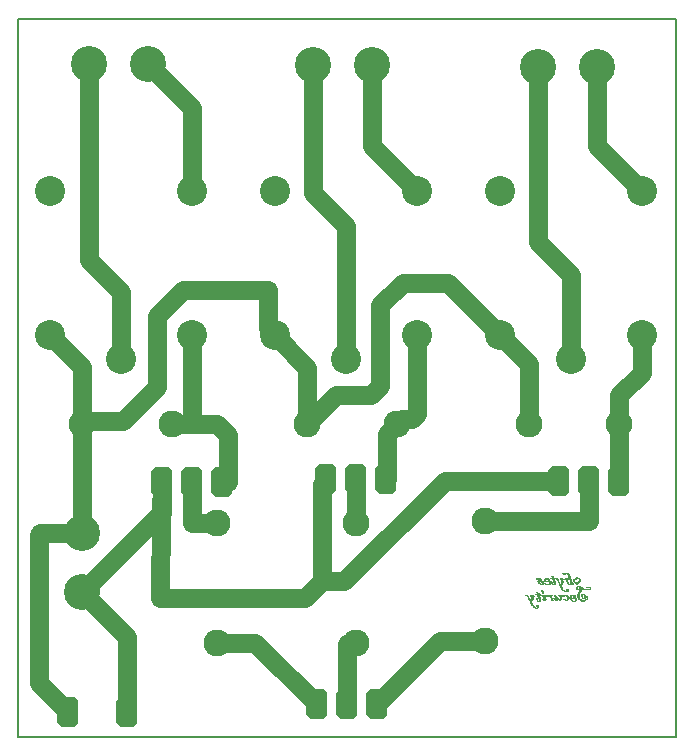
<source format=gbr>
G04 PROTEUS GERBER X2 FILE*
%TF.GenerationSoftware,Labcenter,Proteus,8.8-SP1-Build27031*%
%TF.CreationDate,2021-01-10T00:14:03+00:00*%
%TF.FileFunction,Copper,L2,Bot*%
%TF.FilePolarity,Positive*%
%TF.Part,Single*%
%TF.SameCoordinates,{98ac7ad0-3a1b-4910-adea-4d28a6190023}*%
%FSLAX45Y45*%
%MOMM*%
G01*
%TA.AperFunction,Conductor*%
%ADD15C,1.600200*%
%TA.AperFunction,ComponentPad*%
%ADD10C,2.540000*%
%TA.AperFunction,ComponentPad*%
%ADD11C,2.286000*%
%AMDIL002*
4,1,8,
-0.889000,0.965200,-0.584200,1.270000,0.584200,1.270000,0.889000,0.965200,0.889000,-0.965200,
0.584200,-1.270000,-0.584200,-1.270000,-0.889000,-0.965200,-0.889000,0.965200,
0*%
%TA.AperFunction,ComponentPad*%
%ADD12DIL002*%
%TA.AperFunction,ComponentPad*%
%ADD13C,3.048000*%
%TA.AperFunction,Profile*%
%ADD14C,0.203200*%
%TA.AperFunction,NonConductor*%
%ADD16C,0.063500*%
%TD.AperFunction*%
D15*
X-6426200Y-1206500D02*
X-6426200Y-838200D01*
X-6078220Y-368300D02*
X-6163310Y-453390D01*
X-6163310Y-838200D01*
X-6172200Y-838200D01*
X-5334000Y-1193800D02*
X-4457700Y-1193800D01*
X-4457700Y-850900D01*
X-4201160Y-368300D02*
X-4201160Y-127000D01*
X-4007000Y+67160D01*
X-4007000Y+381000D01*
X-4201160Y-368300D02*
X-4203700Y-370840D01*
X-4203700Y-850900D01*
X-5207000Y+381000D02*
X-4963160Y+137160D01*
X-4963160Y-368300D01*
X-7112000Y+381000D02*
X-6840220Y+109220D01*
X-6840220Y-368300D01*
X-6794500Y+2667000D02*
X-6794500Y+1587500D01*
X-6512000Y+1305000D01*
X-6512000Y+181000D01*
X-8686800Y+2679700D02*
X-8686800Y+1016000D01*
X-8417000Y+746200D01*
X-8417000Y+181000D01*
X-4607000Y+181000D02*
X-4607000Y+889000D01*
X-4889500Y+1171500D01*
X-4889500Y+2654300D01*
X-5912000Y+1601000D02*
X-6294120Y+1983120D01*
X-6294120Y+2667000D01*
X-8186420Y+2679700D02*
X-7817000Y+2310280D01*
X-7817000Y+1601000D01*
X-4007000Y+1601000D02*
X-4389120Y+1983120D01*
X-4389120Y+2654300D01*
X-6718300Y-1701800D02*
X-6718300Y-876300D01*
X-6680200Y-838200D01*
X-6718300Y-1701800D02*
X-6527800Y-1701800D01*
X-5676900Y-850900D01*
X-4711700Y-850900D01*
X-7985760Y-365760D02*
X-7861300Y-365760D01*
X-8747760Y-342900D02*
X-8400110Y-342900D01*
X-8109421Y-52211D01*
X-8109421Y+547510D01*
X-7894814Y+762117D01*
X-7891874Y+765057D01*
X-7177500Y+765057D01*
X-7177500Y+446500D01*
X-7112000Y+381000D01*
X-8747760Y-365760D02*
X-8747760Y-342900D01*
X-8747760Y+111760D01*
X-9017000Y+381000D01*
X-6078220Y-368300D02*
X-6037580Y-327660D01*
X-5953760Y-327660D01*
X-5912000Y-285900D01*
X-5912000Y+381000D01*
X-6840220Y-368300D02*
X-6598920Y-127000D01*
X-6299200Y-127000D01*
X-6223000Y-50800D01*
X-6223000Y+635000D01*
X-6032500Y+825500D01*
X-5651500Y+825500D01*
X-5207000Y+381000D01*
X-6426200Y-2222500D02*
X-6494780Y-2222500D01*
X-6507480Y-2235200D01*
X-6507480Y-2743200D01*
X-6761480Y-2743200D02*
X-7282180Y-2222500D01*
X-7607300Y-2222500D01*
X-5334000Y-2209800D02*
X-5339080Y-2204720D01*
X-5715000Y-2204720D01*
X-6253480Y-2743200D01*
X-7607300Y-1206500D02*
X-7820660Y-1206500D01*
X-7820660Y-861060D01*
X-7861300Y-365760D02*
X-7833360Y-365760D01*
X-7604760Y-365760D01*
X-7510780Y-459740D01*
X-7510780Y-861060D01*
X-7566660Y-861060D01*
X-7833360Y-365760D02*
X-7817000Y-349400D01*
X-7817000Y+381000D01*
X-8366760Y-2804160D02*
X-8366760Y-2174240D01*
X-8747760Y-1793240D01*
X-8077373Y-1122853D01*
X-8074660Y-1120140D01*
X-8074660Y-861060D01*
X-6718300Y-1701800D02*
X-6858000Y-1841500D01*
X-8084820Y-1841500D01*
X-8077373Y-1122853D01*
X-8074660Y-861060D01*
X-8867140Y-2804160D02*
X-9112673Y-2558627D01*
X-9112673Y-1304431D01*
X-9101102Y-1292860D01*
X-8747760Y-1292860D01*
X-8747760Y-480060D01*
X-8747760Y-365760D01*
D10*
X-9017000Y+381000D03*
X-7817000Y+381000D03*
X-8417000Y+181000D03*
X-9017000Y+1601000D03*
X-7817000Y+1601000D03*
X-7112000Y+381000D03*
X-5912000Y+381000D03*
X-6512000Y+181000D03*
X-7112000Y+1601000D03*
X-5912000Y+1601000D03*
D11*
X-7985760Y-365760D03*
X-8747760Y-365760D03*
X-6078220Y-368300D03*
X-6840220Y-368300D03*
X-4201160Y-368300D03*
X-4963160Y-368300D03*
D10*
X-5207000Y+381000D03*
X-4007000Y+381000D03*
X-4607000Y+181000D03*
X-5207000Y+1601000D03*
X-4007000Y+1601000D03*
D12*
X-8074660Y-861060D03*
X-7820660Y-861060D03*
X-7566660Y-861060D03*
X-6680200Y-838200D03*
X-6426200Y-838200D03*
X-6172200Y-838200D03*
X-4711700Y-850900D03*
X-4457700Y-850900D03*
X-4203700Y-850900D03*
D11*
X-6426200Y-2222500D03*
X-6426200Y-1206500D03*
X-5334000Y-2209800D03*
X-5334000Y-1193800D03*
X-7607300Y-2222500D03*
X-7607300Y-1206500D03*
D13*
X-8686800Y+2679700D03*
X-8186420Y+2679700D03*
D12*
X-6761480Y-2743200D03*
X-6507480Y-2743200D03*
X-6253480Y-2743200D03*
D13*
X-6794500Y+2667000D03*
X-6294120Y+2667000D03*
X-4889500Y+2654300D03*
X-4389120Y+2654300D03*
D12*
X-8366760Y-2804160D03*
X-8867140Y-2804160D03*
D13*
X-8747760Y-1793240D03*
X-8747760Y-1292860D03*
D14*
X-9292760Y-3016620D02*
X-3718540Y-3016620D01*
X-3718540Y+3064140D01*
X-9292760Y+3064140D01*
X-9292760Y-3016620D01*
D16*
X-4660281Y-1785620D02*
X-4639961Y-1785620D01*
X-4670441Y-1780540D02*
X-4660281Y-1780540D01*
X-4645041Y-1780540D02*
X-4634881Y-1780540D01*
X-4675521Y-1775460D02*
X-4665361Y-1775460D01*
X-4639961Y-1775460D02*
X-4634881Y-1775460D01*
X-4680601Y-1770380D02*
X-4670441Y-1770380D01*
X-4650121Y-1770380D02*
X-4634881Y-1770380D01*
X-4690761Y-1765300D02*
X-4680601Y-1765300D01*
X-4650121Y-1765300D02*
X-4634881Y-1765300D01*
X-4690761Y-1760220D02*
X-4680601Y-1760220D01*
X-4695841Y-1755140D02*
X-4685681Y-1755140D01*
X-4695841Y-1750060D02*
X-4685681Y-1750060D01*
X-4700921Y-1744980D02*
X-4685681Y-1744980D01*
X-4700921Y-1739900D02*
X-4690761Y-1739900D01*
X-4706001Y-1734820D02*
X-4690761Y-1734820D01*
X-4706001Y-1729740D02*
X-4690761Y-1729740D01*
X-4822841Y-1724660D02*
X-4792361Y-1724660D01*
X-4766961Y-1724660D02*
X-4746641Y-1724660D01*
X-4706001Y-1724660D02*
X-4695841Y-1724660D01*
X-4599321Y-1724660D02*
X-4589161Y-1724660D01*
X-4873641Y-1719580D02*
X-4848241Y-1719580D01*
X-4827921Y-1719580D02*
X-4817761Y-1719580D01*
X-4797441Y-1719580D02*
X-4787281Y-1719580D01*
X-4772041Y-1719580D02*
X-4766961Y-1719580D01*
X-4751721Y-1719580D02*
X-4741561Y-1719580D01*
X-4711081Y-1719580D02*
X-4685681Y-1719580D01*
X-4634881Y-1719580D02*
X-4609481Y-1719580D01*
X-4604401Y-1719580D02*
X-4589161Y-1719580D01*
X-4568841Y-1719580D02*
X-4553601Y-1719580D01*
X-4883801Y-1714500D02*
X-4873641Y-1714500D01*
X-4853321Y-1714500D02*
X-4843161Y-1714500D01*
X-4833001Y-1714500D02*
X-4827921Y-1714500D01*
X-4797441Y-1714500D02*
X-4787281Y-1714500D01*
X-4777121Y-1714500D02*
X-4772041Y-1714500D01*
X-4751721Y-1714500D02*
X-4741561Y-1714500D01*
X-4711081Y-1714500D02*
X-4706001Y-1714500D01*
X-4695841Y-1714500D02*
X-4680601Y-1714500D01*
X-4639961Y-1714500D02*
X-4629801Y-1714500D01*
X-4614561Y-1714500D02*
X-4594241Y-1714500D01*
X-4573921Y-1714500D02*
X-4548521Y-1714500D01*
X-4883801Y-1709420D02*
X-4878721Y-1709420D01*
X-4848241Y-1709420D02*
X-4843161Y-1709420D01*
X-4797441Y-1709420D02*
X-4787281Y-1709420D01*
X-4777121Y-1709420D02*
X-4772041Y-1709420D01*
X-4756801Y-1709420D02*
X-4741561Y-1709420D01*
X-4716161Y-1709420D02*
X-4711081Y-1709420D01*
X-4690761Y-1709420D02*
X-4675521Y-1709420D01*
X-4645041Y-1709420D02*
X-4634881Y-1709420D01*
X-4614561Y-1709420D02*
X-4599321Y-1709420D01*
X-4579001Y-1709420D02*
X-4568841Y-1709420D01*
X-4558681Y-1709420D02*
X-4538361Y-1709420D01*
X-4888881Y-1704340D02*
X-4878721Y-1704340D01*
X-4863481Y-1704340D02*
X-4853321Y-1704340D01*
X-4848241Y-1704340D02*
X-4843161Y-1704340D01*
X-4797441Y-1704340D02*
X-4787281Y-1704340D01*
X-4782201Y-1704340D02*
X-4772041Y-1704340D01*
X-4756801Y-1704340D02*
X-4746641Y-1704340D01*
X-4716161Y-1704340D02*
X-4711081Y-1704340D01*
X-4690761Y-1704340D02*
X-4675521Y-1704340D01*
X-4645041Y-1704340D02*
X-4639961Y-1704340D01*
X-4614561Y-1704340D02*
X-4599321Y-1704340D01*
X-4584081Y-1704340D02*
X-4573921Y-1704340D01*
X-4553601Y-1704340D02*
X-4538361Y-1704340D01*
X-4893961Y-1699260D02*
X-4878721Y-1699260D01*
X-4863481Y-1699260D02*
X-4848241Y-1699260D01*
X-4833001Y-1699260D02*
X-4807601Y-1699260D01*
X-4802521Y-1699260D02*
X-4787281Y-1699260D01*
X-4782201Y-1699260D02*
X-4777121Y-1699260D01*
X-4761881Y-1699260D02*
X-4746641Y-1699260D01*
X-4721241Y-1699260D02*
X-4716161Y-1699260D01*
X-4695841Y-1699260D02*
X-4675521Y-1699260D01*
X-4650121Y-1699260D02*
X-4639961Y-1699260D01*
X-4614561Y-1699260D02*
X-4604401Y-1699260D01*
X-4584081Y-1699260D02*
X-4579001Y-1699260D01*
X-4548521Y-1699260D02*
X-4533281Y-1699260D01*
X-4893961Y-1694180D02*
X-4868561Y-1694180D01*
X-4858401Y-1694180D02*
X-4848241Y-1694180D01*
X-4838081Y-1694180D02*
X-4827921Y-1694180D01*
X-4807601Y-1694180D02*
X-4792361Y-1694180D01*
X-4761881Y-1694180D02*
X-4746641Y-1694180D01*
X-4721241Y-1694180D02*
X-4716161Y-1694180D01*
X-4695841Y-1694180D02*
X-4680601Y-1694180D01*
X-4650121Y-1694180D02*
X-4645041Y-1694180D01*
X-4619641Y-1694180D02*
X-4604401Y-1694180D01*
X-4589161Y-1694180D02*
X-4579001Y-1694180D01*
X-4548521Y-1694180D02*
X-4533281Y-1694180D01*
X-4888881Y-1689100D02*
X-4863481Y-1689100D01*
X-4838081Y-1689100D02*
X-4827921Y-1689100D01*
X-4802521Y-1689100D02*
X-4792361Y-1689100D01*
X-4761881Y-1689100D02*
X-4751721Y-1689100D01*
X-4726321Y-1689100D02*
X-4721241Y-1689100D01*
X-4695841Y-1689100D02*
X-4685681Y-1689100D01*
X-4650121Y-1689100D02*
X-4645041Y-1689100D01*
X-4619641Y-1689100D02*
X-4604401Y-1689100D01*
X-4589161Y-1689100D02*
X-4579001Y-1689100D01*
X-4543441Y-1689100D02*
X-4533281Y-1689100D01*
X-4883801Y-1684020D02*
X-4863481Y-1684020D01*
X-4838081Y-1684020D02*
X-4827921Y-1684020D01*
X-4807601Y-1684020D02*
X-4792361Y-1684020D01*
X-4766961Y-1684020D02*
X-4751721Y-1684020D01*
X-4726321Y-1684020D02*
X-4721241Y-1684020D01*
X-4700921Y-1684020D02*
X-4685681Y-1684020D01*
X-4675521Y-1684020D02*
X-4665361Y-1684020D01*
X-4655201Y-1684020D02*
X-4645041Y-1684020D01*
X-4624721Y-1684020D02*
X-4609481Y-1684020D01*
X-4589161Y-1684020D02*
X-4568841Y-1684020D01*
X-4543441Y-1684020D02*
X-4533281Y-1684020D01*
X-4904121Y-1678940D02*
X-4893961Y-1678940D01*
X-4878721Y-1678940D02*
X-4868561Y-1678940D01*
X-4838081Y-1678940D02*
X-4822841Y-1678940D01*
X-4807601Y-1678940D02*
X-4797441Y-1678940D01*
X-4766961Y-1678940D02*
X-4751721Y-1678940D01*
X-4731401Y-1678940D02*
X-4726321Y-1678940D01*
X-4700921Y-1678940D02*
X-4685681Y-1678940D01*
X-4680601Y-1678940D02*
X-4675521Y-1678940D01*
X-4655201Y-1678940D02*
X-4645041Y-1678940D01*
X-4634881Y-1678940D02*
X-4614561Y-1678940D01*
X-4584081Y-1678940D02*
X-4568841Y-1678940D01*
X-4543441Y-1678940D02*
X-4538361Y-1678940D01*
X-4904121Y-1673860D02*
X-4893961Y-1673860D01*
X-4878721Y-1673860D02*
X-4868561Y-1673860D01*
X-4827921Y-1673860D02*
X-4802521Y-1673860D01*
X-4766961Y-1673860D02*
X-4756801Y-1673860D01*
X-4751721Y-1673860D02*
X-4726321Y-1673860D01*
X-4700921Y-1673860D02*
X-4680601Y-1673860D01*
X-4660281Y-1673860D02*
X-4634881Y-1673860D01*
X-4624721Y-1673860D02*
X-4614561Y-1673860D01*
X-4573921Y-1673860D02*
X-4568841Y-1673860D01*
X-4553601Y-1673860D02*
X-4543441Y-1673860D01*
X-4899041Y-1668780D02*
X-4873641Y-1668780D01*
X-4787281Y-1668780D02*
X-4746641Y-1668780D01*
X-4660281Y-1668780D02*
X-4645041Y-1668780D01*
X-4624721Y-1668780D02*
X-4614561Y-1668780D01*
X-4573921Y-1668780D02*
X-4553601Y-1668780D01*
X-4766961Y-1663700D02*
X-4756801Y-1663700D01*
X-4629801Y-1663700D02*
X-4619641Y-1663700D01*
X-4563761Y-1663700D02*
X-4558681Y-1663700D01*
X-4772041Y-1658620D02*
X-4761881Y-1658620D01*
X-4629801Y-1658620D02*
X-4619641Y-1658620D01*
X-4777121Y-1653540D02*
X-4772041Y-1653540D01*
X-4634881Y-1653540D02*
X-4624721Y-1653540D01*
X-4634881Y-1648460D02*
X-4624721Y-1648460D01*
X-4634881Y-1643380D02*
X-4624721Y-1643380D01*
X-4675521Y-1638300D02*
X-4660281Y-1638300D01*
X-4639961Y-1638300D02*
X-4624721Y-1638300D01*
X-4680601Y-1633220D02*
X-4634881Y-1633220D01*
X-4680601Y-1628140D02*
X-4675521Y-1628140D01*
X-4913586Y-1925320D02*
X-4893266Y-1925320D01*
X-4923746Y-1920240D02*
X-4913586Y-1920240D01*
X-4898346Y-1920240D02*
X-4888186Y-1920240D01*
X-4928826Y-1915160D02*
X-4918666Y-1915160D01*
X-4893266Y-1915160D02*
X-4888186Y-1915160D01*
X-4933906Y-1910080D02*
X-4923746Y-1910080D01*
X-4903426Y-1910080D02*
X-4888186Y-1910080D01*
X-4944066Y-1905000D02*
X-4933906Y-1905000D01*
X-4903426Y-1905000D02*
X-4888186Y-1905000D01*
X-4944066Y-1899920D02*
X-4933906Y-1899920D01*
X-4949146Y-1894840D02*
X-4938986Y-1894840D01*
X-4949146Y-1889760D02*
X-4938986Y-1889760D01*
X-4954226Y-1884680D02*
X-4938986Y-1884680D01*
X-4954226Y-1879600D02*
X-4944066Y-1879600D01*
X-4959306Y-1874520D02*
X-4944066Y-1874520D01*
X-4959306Y-1869440D02*
X-4944066Y-1869440D01*
X-4959306Y-1864360D02*
X-4949146Y-1864360D01*
X-4893266Y-1864360D02*
X-4872946Y-1864360D01*
X-4603706Y-1864360D02*
X-4573226Y-1864360D01*
X-4522426Y-1864360D02*
X-4497026Y-1864360D01*
X-4964386Y-1859280D02*
X-4938986Y-1859280D01*
X-4898346Y-1859280D02*
X-4893266Y-1859280D01*
X-4878026Y-1859280D02*
X-4867866Y-1859280D01*
X-4847546Y-1859280D02*
X-4827226Y-1859280D01*
X-4776426Y-1859280D02*
X-4761186Y-1859280D01*
X-4745946Y-1859280D02*
X-4725626Y-1859280D01*
X-4710386Y-1859280D02*
X-4700226Y-1859280D01*
X-4659586Y-1859280D02*
X-4639266Y-1859280D01*
X-4608786Y-1859280D02*
X-4598626Y-1859280D01*
X-4578306Y-1859280D02*
X-4568146Y-1859280D01*
X-4532586Y-1859280D02*
X-4486866Y-1859280D01*
X-4964386Y-1854200D02*
X-4959306Y-1854200D01*
X-4949146Y-1854200D02*
X-4933906Y-1854200D01*
X-4903426Y-1854200D02*
X-4898346Y-1854200D01*
X-4878026Y-1854200D02*
X-4867866Y-1854200D01*
X-4857706Y-1854200D02*
X-4847546Y-1854200D01*
X-4837386Y-1854200D02*
X-4822146Y-1854200D01*
X-4776426Y-1854200D02*
X-4766266Y-1854200D01*
X-4751026Y-1854200D02*
X-4725626Y-1854200D01*
X-4715466Y-1854200D02*
X-4710386Y-1854200D01*
X-4705306Y-1854200D02*
X-4690066Y-1854200D01*
X-4669746Y-1854200D02*
X-4659586Y-1854200D01*
X-4644346Y-1854200D02*
X-4639266Y-1854200D01*
X-4613866Y-1854200D02*
X-4608786Y-1854200D01*
X-4578306Y-1854200D02*
X-4568146Y-1854200D01*
X-4542746Y-1854200D02*
X-4527506Y-1854200D01*
X-4491946Y-1854200D02*
X-4476706Y-1854200D01*
X-4969466Y-1849120D02*
X-4964386Y-1849120D01*
X-4944066Y-1849120D02*
X-4928826Y-1849120D01*
X-4903426Y-1849120D02*
X-4898346Y-1849120D01*
X-4883106Y-1849120D02*
X-4867866Y-1849120D01*
X-4837386Y-1849120D02*
X-4822146Y-1849120D01*
X-4776426Y-1849120D02*
X-4766266Y-1849120D01*
X-4756106Y-1849120D02*
X-4745946Y-1849120D01*
X-4740866Y-1849120D02*
X-4715466Y-1849120D01*
X-4700226Y-1849120D02*
X-4690066Y-1849120D01*
X-4674826Y-1849120D02*
X-4664666Y-1849120D01*
X-4639266Y-1849120D02*
X-4634186Y-1849120D01*
X-4578306Y-1849120D02*
X-4568146Y-1849120D01*
X-4547826Y-1849120D02*
X-4532586Y-1849120D01*
X-4481786Y-1849120D02*
X-4471626Y-1849120D01*
X-4969466Y-1844040D02*
X-4964386Y-1844040D01*
X-4944066Y-1844040D02*
X-4928826Y-1844040D01*
X-4908506Y-1844040D02*
X-4898346Y-1844040D01*
X-4883106Y-1844040D02*
X-4872946Y-1844040D01*
X-4837386Y-1844040D02*
X-4827226Y-1844040D01*
X-4781506Y-1844040D02*
X-4771346Y-1844040D01*
X-4761186Y-1844040D02*
X-4756106Y-1844040D01*
X-4740866Y-1844040D02*
X-4720546Y-1844040D01*
X-4700226Y-1844040D02*
X-4690066Y-1844040D01*
X-4639266Y-1844040D02*
X-4629106Y-1844040D01*
X-4578306Y-1844040D02*
X-4568146Y-1844040D01*
X-4552906Y-1844040D02*
X-4537666Y-1844040D01*
X-4476706Y-1844040D02*
X-4471626Y-1844040D01*
X-4974546Y-1838960D02*
X-4969466Y-1838960D01*
X-4949146Y-1838960D02*
X-4928826Y-1838960D01*
X-4908506Y-1838960D02*
X-4903426Y-1838960D01*
X-4888186Y-1838960D02*
X-4872946Y-1838960D01*
X-4842466Y-1838960D02*
X-4827226Y-1838960D01*
X-4781506Y-1838960D02*
X-4776426Y-1838960D01*
X-4745946Y-1838960D02*
X-4725626Y-1838960D01*
X-4700226Y-1838960D02*
X-4690066Y-1838960D01*
X-4644346Y-1838960D02*
X-4629106Y-1838960D01*
X-4613866Y-1838960D02*
X-4588466Y-1838960D01*
X-4583386Y-1838960D02*
X-4568146Y-1838960D01*
X-4552906Y-1838960D02*
X-4537666Y-1838960D01*
X-4512266Y-1838960D02*
X-4491946Y-1838960D01*
X-4476706Y-1838960D02*
X-4471626Y-1838960D01*
X-4974546Y-1833880D02*
X-4969466Y-1833880D01*
X-4949146Y-1833880D02*
X-4933906Y-1833880D01*
X-4888186Y-1833880D02*
X-4872946Y-1833880D01*
X-4842466Y-1833880D02*
X-4832306Y-1833880D01*
X-4786586Y-1833880D02*
X-4776426Y-1833880D01*
X-4745946Y-1833880D02*
X-4730706Y-1833880D01*
X-4705306Y-1833880D02*
X-4690066Y-1833880D01*
X-4644346Y-1833880D02*
X-4629106Y-1833880D01*
X-4618946Y-1833880D02*
X-4608786Y-1833880D01*
X-4588466Y-1833880D02*
X-4573226Y-1833880D01*
X-4557986Y-1833880D02*
X-4542746Y-1833880D01*
X-4517346Y-1833880D02*
X-4512266Y-1833880D01*
X-4497026Y-1833880D02*
X-4486866Y-1833880D01*
X-4481786Y-1833880D02*
X-4471626Y-1833880D01*
X-4979626Y-1828800D02*
X-4974546Y-1828800D01*
X-4949146Y-1828800D02*
X-4938986Y-1828800D01*
X-4888186Y-1828800D02*
X-4878026Y-1828800D01*
X-4842466Y-1828800D02*
X-4832306Y-1828800D01*
X-4786586Y-1828800D02*
X-4776426Y-1828800D01*
X-4745946Y-1828800D02*
X-4735786Y-1828800D01*
X-4705306Y-1828800D02*
X-4695146Y-1828800D01*
X-4649426Y-1828800D02*
X-4634186Y-1828800D01*
X-4618946Y-1828800D02*
X-4608786Y-1828800D01*
X-4583386Y-1828800D02*
X-4573226Y-1828800D01*
X-4557986Y-1828800D02*
X-4542746Y-1828800D01*
X-4522426Y-1828800D02*
X-4512266Y-1828800D01*
X-4497026Y-1828800D02*
X-4486866Y-1828800D01*
X-4481786Y-1828800D02*
X-4476706Y-1828800D01*
X-4979626Y-1823720D02*
X-4974546Y-1823720D01*
X-4954226Y-1823720D02*
X-4938986Y-1823720D01*
X-4928826Y-1823720D02*
X-4918666Y-1823720D01*
X-4893266Y-1823720D02*
X-4878026Y-1823720D01*
X-4852626Y-1823720D02*
X-4832306Y-1823720D01*
X-4817066Y-1823720D02*
X-4801826Y-1823720D01*
X-4791666Y-1823720D02*
X-4781506Y-1823720D01*
X-4751026Y-1823720D02*
X-4735786Y-1823720D01*
X-4710386Y-1823720D02*
X-4695146Y-1823720D01*
X-4684986Y-1823720D02*
X-4669746Y-1823720D01*
X-4649426Y-1823720D02*
X-4639266Y-1823720D01*
X-4618946Y-1823720D02*
X-4608786Y-1823720D01*
X-4588466Y-1823720D02*
X-4573226Y-1823720D01*
X-4557986Y-1823720D02*
X-4542746Y-1823720D01*
X-4527506Y-1823720D02*
X-4512266Y-1823720D01*
X-4486866Y-1823720D02*
X-4481786Y-1823720D01*
X-4984706Y-1818640D02*
X-4979626Y-1818640D01*
X-4954226Y-1818640D02*
X-4938986Y-1818640D01*
X-4933906Y-1818640D02*
X-4928826Y-1818640D01*
X-4893266Y-1818640D02*
X-4878026Y-1818640D01*
X-4852626Y-1818640D02*
X-4837386Y-1818640D01*
X-4827226Y-1818640D02*
X-4817066Y-1818640D01*
X-4811986Y-1818640D02*
X-4791666Y-1818640D01*
X-4786586Y-1818640D02*
X-4766266Y-1818640D01*
X-4751026Y-1818640D02*
X-4740866Y-1818640D01*
X-4710386Y-1818640D02*
X-4690066Y-1818640D01*
X-4684986Y-1818640D02*
X-4644346Y-1818640D01*
X-4618946Y-1818640D02*
X-4603706Y-1818640D01*
X-4588466Y-1818640D02*
X-4578306Y-1818640D01*
X-4557986Y-1818640D02*
X-4542746Y-1818640D01*
X-4527506Y-1818640D02*
X-4512266Y-1818640D01*
X-4497026Y-1818640D02*
X-4486866Y-1818640D01*
X-4994866Y-1813560D02*
X-4979626Y-1813560D01*
X-4954226Y-1813560D02*
X-4933906Y-1813560D01*
X-4893266Y-1813560D02*
X-4883106Y-1813560D01*
X-4878026Y-1813560D02*
X-4862786Y-1813560D01*
X-4852626Y-1813560D02*
X-4827226Y-1813560D01*
X-4806906Y-1813560D02*
X-4796746Y-1813560D01*
X-4786586Y-1813560D02*
X-4776426Y-1813560D01*
X-4751026Y-1813560D02*
X-4740866Y-1813560D01*
X-4715466Y-1813560D02*
X-4705306Y-1813560D01*
X-4669746Y-1813560D02*
X-4649426Y-1813560D01*
X-4608786Y-1813560D02*
X-4583386Y-1813560D01*
X-4557986Y-1813560D02*
X-4542746Y-1813560D01*
X-4527506Y-1813560D02*
X-4517346Y-1813560D01*
X-4502106Y-1813560D02*
X-4491946Y-1813560D01*
X-4913586Y-1808480D02*
X-4872946Y-1808480D01*
X-4557986Y-1808480D02*
X-4542746Y-1808480D01*
X-4522426Y-1808480D02*
X-4497026Y-1808480D01*
X-4893266Y-1803400D02*
X-4883106Y-1803400D01*
X-4552906Y-1803400D02*
X-4537666Y-1803400D01*
X-4898346Y-1798320D02*
X-4888186Y-1798320D01*
X-4852626Y-1798320D02*
X-4847546Y-1798320D01*
X-4547826Y-1798320D02*
X-4537666Y-1798320D01*
X-4903426Y-1793240D02*
X-4898346Y-1793240D01*
X-4857706Y-1793240D02*
X-4847546Y-1793240D01*
X-4547826Y-1793240D02*
X-4532586Y-1793240D01*
X-4857706Y-1788160D02*
X-4847546Y-1788160D01*
X-4547826Y-1788160D02*
X-4532586Y-1788160D01*
X-4862786Y-1783080D02*
X-4847546Y-1783080D01*
X-4542746Y-1783080D02*
X-4527506Y-1783080D01*
X-4862786Y-1778000D02*
X-4852626Y-1778000D01*
X-4542746Y-1778000D02*
X-4527506Y-1778000D01*
X-4542746Y-1772920D02*
X-4522426Y-1772920D01*
X-4537666Y-1767840D02*
X-4517346Y-1767840D01*
X-4491946Y-1767840D02*
X-4466546Y-1767840D01*
X-4563066Y-1762760D02*
X-4537666Y-1762760D01*
X-4532586Y-1762760D02*
X-4517346Y-1762760D01*
X-4507186Y-1762760D02*
X-4491946Y-1762760D01*
X-4466546Y-1762760D02*
X-4446226Y-1762760D01*
X-4568146Y-1757680D02*
X-4557986Y-1757680D01*
X-4542746Y-1757680D02*
X-4507186Y-1757680D01*
X-4451306Y-1757680D02*
X-4446226Y-1757680D01*
X-4568146Y-1752600D02*
X-4563066Y-1752600D01*
X-4527506Y-1752600D02*
X-4512266Y-1752600D01*
X-4476706Y-1752600D02*
X-4466546Y-1752600D01*
X-4451306Y-1752600D02*
X-4446226Y-1752600D01*
X-4563066Y-1747520D02*
X-4557986Y-1747520D01*
X-4537666Y-1747520D02*
X-4517346Y-1747520D01*
X-4481786Y-1747520D02*
X-4451306Y-1747520D01*
X-4557986Y-1742440D02*
X-4532586Y-1742440D01*
M02*

</source>
